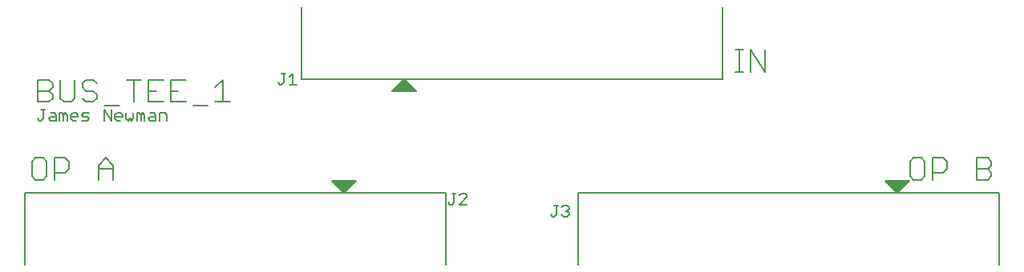
<source format=gto>
G04 Output by ViewMate Deluxe V11.0.9  PentaLogix LLC*
G04 Sun Jun 01 12:26:16 2014*
%FSLAX33Y33*%
%MOMM*%
%IPPOS*%
%ADD15C,0.127*%
%ADD106C,0.2032*%
%ADD108C,0.127*%

%LPD*%
X0Y0D2*D15*G1X65824Y11798D2*X65433Y11798D1*X37241Y25768D2*X36462Y25768D1*X36853Y25768D2*X36853Y26937D1*X36462Y26548*X35682Y26937D2*X36073Y26937D1*X35878Y26937D2*X35878Y25964D1*X35682Y25768*X35489Y25768*X35293Y25964*X53274Y13264D2*X53470Y13068D1*X53665Y13068*X53858Y13264*X53858Y14237*X54054Y14237D2*X53665Y14237D1*X54445Y14044D2*X54638Y14237D1*X55029Y14237*X55225Y14044*X55225Y13848*X54445Y13068*X55225Y13068*X64069Y11994D2*X64265Y11798D1*X64460Y11798*X64653Y11994*X64653Y12967*X64849Y12967D2*X64460Y12967D1*X65240Y12774D2*X65433Y12967D1*X65824Y12967*X66020Y12774*X65629Y12382D2*X65824Y12382D1*X65433Y11798D2*X65240Y11994D1*X65824Y11798D2*X66020Y11994D1*X66020Y12187*X65824Y12382*X66020Y12578*X66020Y12774*X23536Y21958D2*X23536Y22542D1*X9893Y22154D2*X10089Y21958D1*X10282Y21958*X10478Y22154*X10282Y23127D2*X10673Y23127D1*X10478Y22154D2*X10478Y23127D1*X11257Y22347D2*X11062Y22154D1*X11257Y21958*X11841Y21958*X11257Y22347D2*X11841Y22347D1*X11257Y22738D2*X11648Y22738D1*X11841Y22542*X11841Y21958*X12233Y21958D2*X12233Y22738D1*X12428Y22738*X12621Y22542*X13012Y22542D2*X12817Y22738D1*X12621Y22542*X12621Y21958*X13012Y22542D2*X13012Y21958D1*X14181Y22347D2*X13401Y22347D1*X13985Y21958D2*X13597Y21958D1*X13401Y22154*X13401Y22542*X13597Y22738*X13985Y22738*X14181Y22542*X14181Y22347*X14572Y21958D2*X15156Y21958D1*X15349Y22154*X15156Y22347*X14765Y22347*X14572Y22542*X14765Y22738*X15349Y22738*X16909Y21958D2*X16909Y23127D1*X17689Y21958*X17689Y23127*X18080Y22154D2*X18273Y21958D1*X18664Y21958*X18860Y22542D2*X18664Y22738D1*X18273Y22738*X18080Y22542*X18080Y22154*X18080Y22347D2*X18860Y22347D1*X18860Y22542*X19248Y22738D2*X19248Y22154D1*X19444Y21958*X19639Y22154*X19832Y21958*X20028Y22154*X20028Y22738*X20419Y21958D2*X20419Y22738D1*X20612Y22738*X20808Y22542*X21196Y22542D2*X21003Y22738D1*X20808Y22542*X20808Y21958*X21196Y22542D2*X21196Y21958D1*X21783Y22738D2*X22172Y22738D1*X22367Y22542*X22367Y21958*X22367Y22347D2*X21783Y22347D1*X21587Y22154*X21783Y21958*X22367Y21958*X22756Y21958D2*X22756Y22738D1*X23343Y22738*X23536Y22542*D106*X109035Y17998D2*X109035Y15659D1*X110206Y15659*X110594Y16048*X110594Y16439*X110206Y16828*X109035Y16828D2*X110206Y16828D1*X110594Y17219*X110594Y17607*X110206Y17998*X109035Y17998*X104358Y15659D2*X104358Y17998D1*X104358Y16439D2*X105527Y16439D1*X105918Y16828*X105918Y17607*X105527Y17998*X104358Y17998*X102019Y17607D2*X102019Y16048D1*X102408Y15659*X103188Y15659*X103579Y16048*X103579Y17607*X103188Y17998*X102408Y17998*X102019Y17607*X85164Y29428D2*X85164Y27089D1*X86723Y29428D2*X86723Y27089D1*X85164Y29428*X83604Y29428D2*X84384Y29428D1*X83993Y27089D2*X83993Y29428D1*X83604Y27089D2*X84384Y27089D1*X22418Y25082D2*X21638Y25082D1*X23978Y25082D2*X24757Y25082D1*X23198Y26253D2*X21638Y26253D1*X21638Y23914*X23978Y23914D2*X23978Y26253D1*X25537Y26253*X28654Y25474D2*X29434Y26253D1*X29434Y23914*X28654Y23914D2*X30213Y23914D1*X26317Y23525D2*X27874Y23525D1*X23978Y23914D2*X25537Y23914D1*X21638Y23914D2*X23198Y23914D1*X20079Y26253D2*X20079Y23914D1*X19299Y26253D2*X20858Y26253D1*X16180Y25862D2*X15791Y26253D1*X15011Y26253*X14623Y25862*X14623Y25474*X15011Y25082*X16180Y24303D2*X16180Y24694D1*X15791Y25082*X15011Y25082*X13843Y26253D2*X13843Y24303D1*X11504Y25862D2*X11112Y26253D1*X9944Y26253*X9944Y23914*X11112Y23914*X11504Y24303*X11504Y24694*X11112Y25082*X9944Y25082D2*X11112Y25082D1*X11504Y25474*X11504Y25862*X12283Y26253D2*X12283Y24303D1*X12672Y23914*X13452Y23914*X13843Y24303*X14623Y24303D2*X15011Y23914D1*X15791Y23914*X16180Y24303*X18519Y23525D2*X16960Y23525D1*X17884Y17219D2*X17104Y17998D1*X16325Y17219*X16325Y15659*X17884Y17219D2*X17884Y15659D1*X16325Y16828D2*X17884Y16828D1*X11648Y16439D2*X12817Y16439D1*X13208Y16828*X13208Y17607*X12817Y17998*X11648Y17998*X11648Y15659*X9698Y15659D2*X9309Y16048D1*X9309Y17607*X9698Y17998*X10478Y17998*X10869Y17607*X10869Y16048*X10478Y15659*X9698Y15659*D108*X42245Y14305D2*X42210Y14305D1*X42085Y14430D2*X42370Y14430D1*X42492Y14552D2*X41963Y14552D1*X41839Y14676D2*X42616Y14676D1*X42738Y14798D2*X41717Y14798D1*X41592Y14922D2*X42862Y14922D1*X42984Y15044D2*X41471Y15044D1*X41346Y15169D2*X43109Y15169D1*X43231Y15291D2*X41224Y15291D1*X41100Y15415D2*X43355Y15415D1*X43477Y15537D2*X40978Y15537D1*X43498Y15558D2*X42228Y14288D1*X40958Y15558*X43498Y15558*X48674Y26256D2*X48481Y26256D1*X48357Y26132D2*X48798Y26132D1*X48920Y26010D2*X48235Y26010D1*X48110Y25885D2*X49045Y25885D1*X49167Y25763D2*X47988Y25763D1*X47864Y25639D2*X49291Y25639D1*X49413Y25517D2*X47742Y25517D1*X47617Y25392D2*X49538Y25392D1*X49660Y25270D2*X47495Y25270D1*X47371Y25146D2*X49784Y25146D1*X47308Y25082D2*X49848Y25082D1*X48578Y26352*X47308Y25082*X37782Y33972D2*X37782Y26352D1*X82232Y26352*X82232Y33972*X100665Y14305D2*X100630Y14305D1*X100505Y14430D2*X100790Y14430D1*X100912Y14552D2*X100383Y14552D1*X100259Y14676D2*X101036Y14676D1*X101158Y14798D2*X100137Y14798D1*X100012Y14922D2*X101282Y14922D1*X101404Y15044D2*X99891Y15044D1*X99766Y15169D2*X101529Y15169D1*X101651Y15291D2*X99644Y15291D1*X99520Y15415D2*X101775Y15415D1*X101897Y15537D2*X99398Y15537D1*X101918Y15558D2*X99378Y15558D1*X100648Y14288*X101918Y15558*X111442Y6668D2*X111442Y14288D1*X66992Y14288*X66992Y6668*X53022Y6668D2*X53022Y14288D1*X8572Y14288*X8572Y6668*X0Y0D2*M02*
</source>
